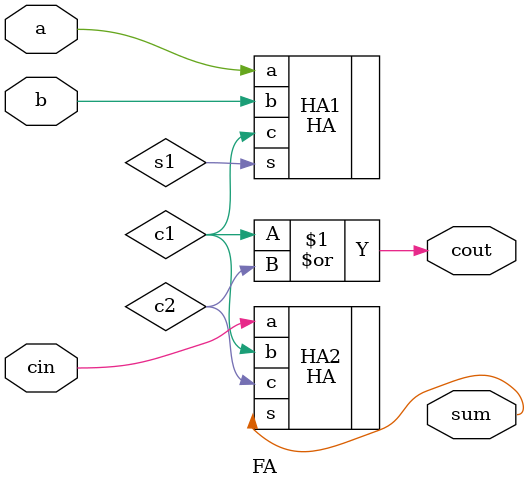
<source format=v>
module FA(input a,b,cin,
output cout,sum);

HA HA1(.a(a),.b(b),.s(s1),.c(c1));
HA HA2(.a(cin),.b(c1),.s(sum),.c(c2));

assign cout = c1 | c2;

endmodule
</source>
